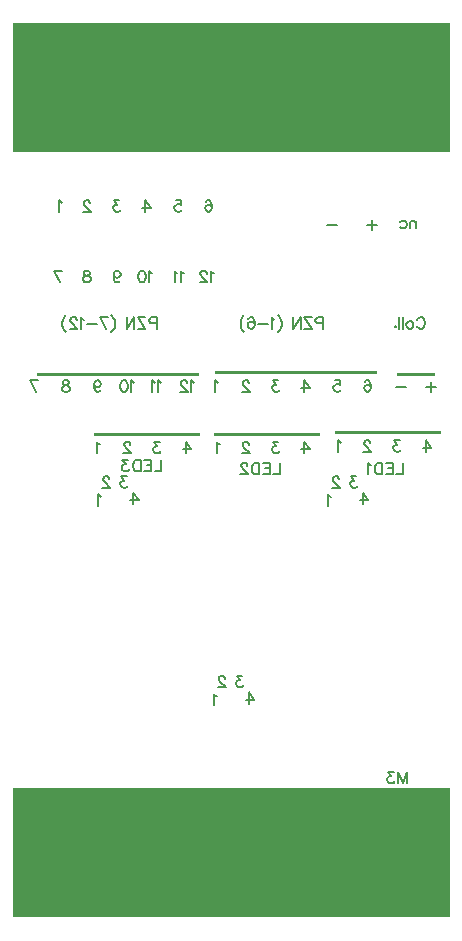
<source format=gbo>
G04 Layer: BottomSilkscreenLayer*
G04 EasyEDA v6.5.42, 2024-04-22 14:16:48*
G04 bdecda6f3f7540baa8991d5417232957,c115876feeed43bc8c79c948ea027e3a,10*
G04 Gerber Generator version 0.2*
G04 Scale: 100 percent, Rotated: No, Reflected: No *
G04 Dimensions in millimeters *
G04 leading zeros omitted , absolute positions ,4 integer and 5 decimal *
%FSLAX45Y45*%
%MOMM*%

%ADD10C,0.2032*%
%ADD11C,0.2540*%

%LPD*%
D10*
X3340100Y-6325290D02*
G01*
X3340100Y-6420746D01*
X3340100Y-6325290D02*
G01*
X3303737Y-6420746D01*
X3267372Y-6325290D02*
G01*
X3303737Y-6420746D01*
X3267372Y-6325290D02*
G01*
X3267372Y-6420746D01*
X3228281Y-6325290D02*
G01*
X3178281Y-6325290D01*
X3205553Y-6361653D01*
X3191918Y-6361653D01*
X3182828Y-6366200D01*
X3178281Y-6370746D01*
X3173737Y-6384381D01*
X3173737Y-6393472D01*
X3178281Y-6407109D01*
X3187372Y-6416200D01*
X3201009Y-6420746D01*
X3214646Y-6420746D01*
X3228281Y-6416200D01*
X3232828Y-6411653D01*
X3237372Y-6402562D01*
X419100Y-1504695D02*
G01*
X409955Y-1500123D01*
X396494Y-1486662D01*
X396494Y-1582165D01*
X655828Y-1509268D02*
G01*
X655828Y-1504695D01*
X651255Y-1495805D01*
X646684Y-1491234D01*
X637794Y-1486662D01*
X619505Y-1486662D01*
X610362Y-1491234D01*
X605789Y-1495805D01*
X601218Y-1504695D01*
X601218Y-1513839D01*
X605789Y-1522984D01*
X614934Y-1536700D01*
X660400Y-1582165D01*
X596645Y-1582165D01*
X905256Y-1486662D02*
G01*
X855218Y-1486662D01*
X882650Y-1522984D01*
X868934Y-1522984D01*
X859790Y-1527555D01*
X855218Y-1532128D01*
X850645Y-1545589D01*
X850645Y-1554734D01*
X855218Y-1568450D01*
X864361Y-1577594D01*
X878077Y-1582165D01*
X891793Y-1582165D01*
X905256Y-1577594D01*
X909827Y-1573021D01*
X914400Y-1563878D01*
X1122934Y-1486662D02*
G01*
X1168400Y-1550162D01*
X1100327Y-1550162D01*
X1122934Y-1486662D02*
G01*
X1122934Y-1582165D01*
X1380540Y-1486712D02*
G01*
X1426006Y-1486712D01*
X1430578Y-1527606D01*
X1426006Y-1523034D01*
X1412290Y-1518462D01*
X1398828Y-1518462D01*
X1385112Y-1523034D01*
X1375968Y-1531924D01*
X1371396Y-1545640D01*
X1371396Y-1554784D01*
X1375968Y-1568500D01*
X1385112Y-1577390D01*
X1398828Y-1581962D01*
X1412290Y-1581962D01*
X1426006Y-1577390D01*
X1430578Y-1573072D01*
X1435150Y-1563928D01*
X1634540Y-1500174D02*
G01*
X1639112Y-1491030D01*
X1652828Y-1486712D01*
X1661718Y-1486712D01*
X1675434Y-1491030D01*
X1684578Y-1504746D01*
X1689150Y-1527606D01*
X1689150Y-1550212D01*
X1684578Y-1568500D01*
X1675434Y-1577390D01*
X1661718Y-1581962D01*
X1657400Y-1581962D01*
X1643684Y-1577390D01*
X1634540Y-1568500D01*
X1629968Y-1554784D01*
X1629968Y-1550212D01*
X1634540Y-1536496D01*
X1643684Y-1527606D01*
X1657400Y-1523034D01*
X1661718Y-1523034D01*
X1675434Y-1527606D01*
X1684578Y-1536496D01*
X1689150Y-1550212D01*
X355345Y-2083562D02*
G01*
X400812Y-2179065D01*
X419100Y-2083562D02*
G01*
X355345Y-2083562D01*
X637794Y-2083562D02*
G01*
X651255Y-2088134D01*
X655828Y-2097023D01*
X655828Y-2106168D01*
X651255Y-2115312D01*
X642112Y-2119884D01*
X624078Y-2124455D01*
X610362Y-2129028D01*
X601218Y-2137918D01*
X596645Y-2147062D01*
X596645Y-2160778D01*
X601218Y-2169921D01*
X605789Y-2174494D01*
X619505Y-2179065D01*
X637794Y-2179065D01*
X651255Y-2174494D01*
X655828Y-2169921D01*
X660400Y-2160778D01*
X660400Y-2147062D01*
X655828Y-2137918D01*
X646684Y-2129028D01*
X633221Y-2124455D01*
X614934Y-2119884D01*
X605789Y-2115312D01*
X601218Y-2106168D01*
X601218Y-2097023D01*
X605789Y-2088134D01*
X619505Y-2083562D01*
X637794Y-2083562D01*
X855218Y-2115312D02*
G01*
X859790Y-2129028D01*
X868934Y-2137918D01*
X882650Y-2142489D01*
X887222Y-2142489D01*
X900684Y-2137918D01*
X909827Y-2129028D01*
X914400Y-2115312D01*
X914400Y-2110739D01*
X909827Y-2097023D01*
X900684Y-2088134D01*
X887222Y-2083562D01*
X882650Y-2083562D01*
X868934Y-2088134D01*
X859790Y-2097023D01*
X855218Y-2115312D01*
X855218Y-2137918D01*
X859790Y-2160778D01*
X868934Y-2174494D01*
X882650Y-2179065D01*
X891793Y-2179065D01*
X905256Y-2174494D01*
X909827Y-2165350D01*
X1181100Y-2101595D02*
G01*
X1171956Y-2097023D01*
X1158493Y-2083562D01*
X1158493Y-2179065D01*
X1101090Y-2083562D02*
G01*
X1114806Y-2088134D01*
X1123950Y-2101595D01*
X1128268Y-2124455D01*
X1128268Y-2137918D01*
X1123950Y-2160778D01*
X1114806Y-2174494D01*
X1101090Y-2179065D01*
X1091945Y-2179065D01*
X1078484Y-2174494D01*
X1069340Y-2160778D01*
X1064768Y-2137918D01*
X1064768Y-2124455D01*
X1069340Y-2101595D01*
X1078484Y-2088134D01*
X1091945Y-2083562D01*
X1101090Y-2083562D01*
X1447800Y-2101595D02*
G01*
X1438656Y-2097023D01*
X1425193Y-2083562D01*
X1425193Y-2179065D01*
X1394968Y-2101595D02*
G01*
X1386077Y-2097023D01*
X1372361Y-2083562D01*
X1372361Y-2179065D01*
X1701800Y-2101595D02*
G01*
X1692656Y-2097023D01*
X1679193Y-2083562D01*
X1679193Y-2179065D01*
X1644650Y-2106168D02*
G01*
X1644650Y-2101595D01*
X1640077Y-2092705D01*
X1635506Y-2088134D01*
X1626361Y-2083562D01*
X1608074Y-2083562D01*
X1599184Y-2088134D01*
X1594611Y-2092705D01*
X1590040Y-2101595D01*
X1590040Y-2110739D01*
X1594611Y-2119884D01*
X1603502Y-2133600D01*
X1648968Y-2179065D01*
X1585468Y-2179065D01*
X2743197Y-1693418D02*
G01*
X2661409Y-1693418D01*
X3045203Y-1652523D02*
G01*
X3045203Y-1734565D01*
X3086097Y-1693418D02*
G01*
X3004309Y-1693418D01*
X3416297Y-1658112D02*
G01*
X3416297Y-1721865D01*
X3416297Y-1676400D02*
G01*
X3402581Y-1662684D01*
X3393691Y-1658112D01*
X3379975Y-1658112D01*
X3370831Y-1662684D01*
X3366259Y-1676400D01*
X3366259Y-1721865D01*
X3281677Y-1671828D02*
G01*
X3290821Y-1662684D01*
X3299965Y-1658112D01*
X3313681Y-1658112D01*
X3322571Y-1662684D01*
X3331715Y-1671828D01*
X3336287Y-1685289D01*
X3336287Y-1694434D01*
X3331715Y-1708150D01*
X3322571Y-1717294D01*
X3313681Y-1721865D01*
X3299965Y-1721865D01*
X3290821Y-1717294D01*
X3281677Y-1708150D01*
X1021334Y-3963162D02*
G01*
X1066800Y-4026662D01*
X998727Y-4026662D01*
X1021334Y-3963162D02*
G01*
X1021334Y-4058665D01*
X968756Y-3823462D02*
G01*
X918718Y-3823462D01*
X946150Y-3859784D01*
X932434Y-3859784D01*
X923290Y-3864355D01*
X918718Y-3868928D01*
X914145Y-3882389D01*
X914145Y-3891534D01*
X918718Y-3905250D01*
X927861Y-3914394D01*
X941577Y-3918965D01*
X955293Y-3918965D01*
X968756Y-3914394D01*
X973327Y-3909821D01*
X977900Y-3900678D01*
X820927Y-3846068D02*
G01*
X820927Y-3841495D01*
X816356Y-3832605D01*
X811784Y-3828034D01*
X802893Y-3823462D01*
X784606Y-3823462D01*
X775461Y-3828034D01*
X770890Y-3832605D01*
X766318Y-3841495D01*
X766318Y-3850639D01*
X770890Y-3859784D01*
X780034Y-3873500D01*
X825500Y-3918965D01*
X761745Y-3918965D01*
X749300Y-3993895D02*
G01*
X740156Y-3989323D01*
X726693Y-3975862D01*
X726693Y-4071365D01*
X2964434Y-3963162D02*
G01*
X3009900Y-4026662D01*
X2941827Y-4026662D01*
X2964434Y-3963162D02*
G01*
X2964434Y-4058665D01*
X2911856Y-3823462D02*
G01*
X2861818Y-3823462D01*
X2889250Y-3859784D01*
X2875534Y-3859784D01*
X2866390Y-3864355D01*
X2861818Y-3868928D01*
X2857245Y-3882389D01*
X2857245Y-3891534D01*
X2861818Y-3905250D01*
X2870961Y-3914394D01*
X2884677Y-3918965D01*
X2898393Y-3918965D01*
X2911856Y-3914394D01*
X2916427Y-3909821D01*
X2921000Y-3900678D01*
X2764027Y-3846068D02*
G01*
X2764027Y-3841495D01*
X2759456Y-3832605D01*
X2754884Y-3828034D01*
X2745993Y-3823462D01*
X2727706Y-3823462D01*
X2718561Y-3828034D01*
X2713990Y-3832605D01*
X2709418Y-3841495D01*
X2709418Y-3850639D01*
X2713990Y-3859784D01*
X2723134Y-3873500D01*
X2768600Y-3918965D01*
X2704845Y-3918965D01*
X2692400Y-3993895D02*
G01*
X2683256Y-3989323D01*
X2669793Y-3975862D01*
X2669793Y-4071365D01*
X1999234Y-5652262D02*
G01*
X2044700Y-5715762D01*
X1976627Y-5715762D01*
X1999234Y-5652262D02*
G01*
X1999234Y-5747765D01*
X1946656Y-5512562D02*
G01*
X1896618Y-5512562D01*
X1924050Y-5548884D01*
X1910334Y-5548884D01*
X1901190Y-5553455D01*
X1896618Y-5558028D01*
X1892045Y-5571489D01*
X1892045Y-5580634D01*
X1896618Y-5594350D01*
X1905761Y-5603494D01*
X1919477Y-5608065D01*
X1933193Y-5608065D01*
X1946656Y-5603494D01*
X1951227Y-5598921D01*
X1955800Y-5589778D01*
X1798827Y-5535168D02*
G01*
X1798827Y-5530595D01*
X1794256Y-5521705D01*
X1789684Y-5517134D01*
X1780793Y-5512562D01*
X1762506Y-5512562D01*
X1753361Y-5517134D01*
X1748790Y-5521705D01*
X1744218Y-5530595D01*
X1744218Y-5539739D01*
X1748790Y-5548884D01*
X1757934Y-5562600D01*
X1803400Y-5608065D01*
X1739645Y-5608065D01*
X1727200Y-5682995D02*
G01*
X1718056Y-5678423D01*
X1704593Y-5664962D01*
X1704593Y-5760465D01*
X736600Y-3549395D02*
G01*
X727456Y-3544823D01*
X713993Y-3531362D01*
X713993Y-3626865D01*
X998727Y-3553968D02*
G01*
X998727Y-3549395D01*
X994156Y-3540505D01*
X989584Y-3535934D01*
X980693Y-3531362D01*
X962406Y-3531362D01*
X953261Y-3535934D01*
X948690Y-3540505D01*
X944118Y-3549395D01*
X944118Y-3558539D01*
X948690Y-3567684D01*
X957834Y-3581400D01*
X1003300Y-3626865D01*
X939545Y-3626865D01*
X1248156Y-3531362D02*
G01*
X1198118Y-3531362D01*
X1225550Y-3567684D01*
X1211834Y-3567684D01*
X1202690Y-3572255D01*
X1198118Y-3576828D01*
X1193545Y-3590289D01*
X1193545Y-3599434D01*
X1198118Y-3613150D01*
X1207261Y-3622294D01*
X1220977Y-3626865D01*
X1234693Y-3626865D01*
X1248156Y-3622294D01*
X1252727Y-3617721D01*
X1257300Y-3608578D01*
X1465834Y-3531362D02*
G01*
X1511300Y-3594862D01*
X1443227Y-3594862D01*
X1465834Y-3531362D02*
G01*
X1465834Y-3626865D01*
X1257300Y-3683762D02*
G01*
X1257300Y-3779265D01*
X1257300Y-3779265D02*
G01*
X1202690Y-3779265D01*
X1172718Y-3683762D02*
G01*
X1172718Y-3779265D01*
X1172718Y-3683762D02*
G01*
X1113790Y-3683762D01*
X1172718Y-3729228D02*
G01*
X1136395Y-3729228D01*
X1172718Y-3779265D02*
G01*
X1113790Y-3779265D01*
X1083563Y-3683762D02*
G01*
X1083563Y-3779265D01*
X1083563Y-3683762D02*
G01*
X1051813Y-3683762D01*
X1038097Y-3688334D01*
X1029208Y-3697223D01*
X1024636Y-3706368D01*
X1020063Y-3720084D01*
X1020063Y-3742689D01*
X1024636Y-3756405D01*
X1029208Y-3765550D01*
X1038097Y-3774694D01*
X1051813Y-3779265D01*
X1083563Y-3779265D01*
X980947Y-3683762D02*
G01*
X930909Y-3683762D01*
X958088Y-3720084D01*
X944625Y-3720084D01*
X935481Y-3724655D01*
X930909Y-3729228D01*
X926338Y-3742689D01*
X926338Y-3751834D01*
X930909Y-3765550D01*
X940054Y-3774694D01*
X953770Y-3779265D01*
X967231Y-3779265D01*
X980947Y-3774694D01*
X985520Y-3770121D01*
X990091Y-3760978D01*
X1752600Y-3549395D02*
G01*
X1743456Y-3544823D01*
X1729993Y-3531362D01*
X1729993Y-3626865D01*
X2002027Y-3553968D02*
G01*
X2002027Y-3549395D01*
X1997456Y-3540505D01*
X1992884Y-3535934D01*
X1983993Y-3531362D01*
X1965706Y-3531362D01*
X1956561Y-3535934D01*
X1951990Y-3540505D01*
X1947418Y-3549395D01*
X1947418Y-3558539D01*
X1951990Y-3567684D01*
X1961134Y-3581400D01*
X2006600Y-3626865D01*
X1942845Y-3626865D01*
X2251456Y-3531362D02*
G01*
X2201418Y-3531362D01*
X2228850Y-3567684D01*
X2215134Y-3567684D01*
X2205990Y-3572255D01*
X2201418Y-3576828D01*
X2196845Y-3590289D01*
X2196845Y-3599434D01*
X2201418Y-3613150D01*
X2210561Y-3622294D01*
X2224277Y-3626865D01*
X2237993Y-3626865D01*
X2251456Y-3622294D01*
X2256027Y-3617721D01*
X2260600Y-3608578D01*
X2469134Y-3531362D02*
G01*
X2514600Y-3594862D01*
X2446527Y-3594862D01*
X2469134Y-3531362D02*
G01*
X2469134Y-3626865D01*
X2260600Y-3709162D02*
G01*
X2260600Y-3804665D01*
X2260600Y-3804665D02*
G01*
X2205990Y-3804665D01*
X2176018Y-3709162D02*
G01*
X2176018Y-3804665D01*
X2176018Y-3709162D02*
G01*
X2117090Y-3709162D01*
X2176018Y-3754628D02*
G01*
X2139695Y-3754628D01*
X2176018Y-3804665D02*
G01*
X2117090Y-3804665D01*
X2086863Y-3709162D02*
G01*
X2086863Y-3804665D01*
X2086863Y-3709162D02*
G01*
X2055113Y-3709162D01*
X2041397Y-3713734D01*
X2032508Y-3722623D01*
X2027936Y-3731768D01*
X2023363Y-3745484D01*
X2023363Y-3768089D01*
X2027936Y-3781805D01*
X2032508Y-3790950D01*
X2041397Y-3800094D01*
X2055113Y-3804665D01*
X2086863Y-3804665D01*
X1988820Y-3731768D02*
G01*
X1988820Y-3727195D01*
X1984247Y-3718305D01*
X1979675Y-3713734D01*
X1970531Y-3709162D01*
X1952497Y-3709162D01*
X1943354Y-3713734D01*
X1938781Y-3718305D01*
X1934209Y-3727195D01*
X1934209Y-3736339D01*
X1938781Y-3745484D01*
X1947925Y-3759200D01*
X1993391Y-3804665D01*
X1929638Y-3804665D01*
X2781300Y-3536695D02*
G01*
X2772156Y-3532123D01*
X2758693Y-3518662D01*
X2758693Y-3614165D01*
X3030727Y-3541268D02*
G01*
X3030727Y-3536695D01*
X3026156Y-3527805D01*
X3021584Y-3523234D01*
X3012693Y-3518662D01*
X2994406Y-3518662D01*
X2985261Y-3523234D01*
X2980690Y-3527805D01*
X2976118Y-3536695D01*
X2976118Y-3545839D01*
X2980690Y-3554984D01*
X2989834Y-3568700D01*
X3035300Y-3614165D01*
X2971545Y-3614165D01*
X3280156Y-3518662D02*
G01*
X3230118Y-3518662D01*
X3257550Y-3554984D01*
X3243834Y-3554984D01*
X3234690Y-3559555D01*
X3230118Y-3564128D01*
X3225545Y-3577589D01*
X3225545Y-3586734D01*
X3230118Y-3600450D01*
X3239261Y-3609594D01*
X3252977Y-3614165D01*
X3266693Y-3614165D01*
X3280156Y-3609594D01*
X3284727Y-3605021D01*
X3289300Y-3595878D01*
X3497834Y-3518662D02*
G01*
X3543300Y-3582162D01*
X3475227Y-3582162D01*
X3497834Y-3518662D02*
G01*
X3497834Y-3614165D01*
X3302000Y-3709162D02*
G01*
X3302000Y-3804665D01*
X3302000Y-3804665D02*
G01*
X3247390Y-3804665D01*
X3217418Y-3709162D02*
G01*
X3217418Y-3804665D01*
X3217418Y-3709162D02*
G01*
X3158490Y-3709162D01*
X3217418Y-3754628D02*
G01*
X3181095Y-3754628D01*
X3217418Y-3804665D02*
G01*
X3158490Y-3804665D01*
X3128263Y-3709162D02*
G01*
X3128263Y-3804665D01*
X3128263Y-3709162D02*
G01*
X3096513Y-3709162D01*
X3082797Y-3713734D01*
X3073908Y-3722623D01*
X3069336Y-3731768D01*
X3064763Y-3745484D01*
X3064763Y-3768089D01*
X3069336Y-3781805D01*
X3073908Y-3790950D01*
X3082797Y-3800094D01*
X3096513Y-3804665D01*
X3128263Y-3804665D01*
X3034791Y-3727195D02*
G01*
X3025647Y-3722623D01*
X3011931Y-3709162D01*
X3011931Y-3804665D01*
X152145Y-3010662D02*
G01*
X197612Y-3106165D01*
X215900Y-3010662D02*
G01*
X152145Y-3010662D01*
X459994Y-3010662D02*
G01*
X473455Y-3015234D01*
X478028Y-3024123D01*
X478028Y-3033268D01*
X473455Y-3042412D01*
X464312Y-3046984D01*
X446278Y-3051555D01*
X432562Y-3056128D01*
X423418Y-3065018D01*
X418845Y-3074162D01*
X418845Y-3087878D01*
X423418Y-3097021D01*
X427989Y-3101594D01*
X441705Y-3106165D01*
X459994Y-3106165D01*
X473455Y-3101594D01*
X478028Y-3097021D01*
X482600Y-3087878D01*
X482600Y-3074162D01*
X478028Y-3065018D01*
X468884Y-3056128D01*
X455421Y-3051555D01*
X437134Y-3046984D01*
X427989Y-3042412D01*
X423418Y-3033268D01*
X423418Y-3024123D01*
X427989Y-3015234D01*
X441705Y-3010662D01*
X459994Y-3010662D01*
X690118Y-3042412D02*
G01*
X694690Y-3056128D01*
X703834Y-3065018D01*
X717550Y-3069589D01*
X722122Y-3069589D01*
X735584Y-3065018D01*
X744727Y-3056128D01*
X749300Y-3042412D01*
X749300Y-3037839D01*
X744727Y-3024123D01*
X735584Y-3015234D01*
X722122Y-3010662D01*
X717550Y-3010662D01*
X703834Y-3015234D01*
X694690Y-3024123D01*
X690118Y-3042412D01*
X690118Y-3065018D01*
X694690Y-3087878D01*
X703834Y-3101594D01*
X717550Y-3106165D01*
X726693Y-3106165D01*
X740156Y-3101594D01*
X744727Y-3092450D01*
X1028700Y-3028695D02*
G01*
X1019556Y-3024123D01*
X1006093Y-3010662D01*
X1006093Y-3106165D01*
X948690Y-3010662D02*
G01*
X962406Y-3015234D01*
X971550Y-3028695D01*
X975868Y-3051555D01*
X975868Y-3065018D01*
X971550Y-3087878D01*
X962406Y-3101594D01*
X948690Y-3106165D01*
X939545Y-3106165D01*
X926084Y-3101594D01*
X916940Y-3087878D01*
X912368Y-3065018D01*
X912368Y-3051555D01*
X916940Y-3028695D01*
X926084Y-3015234D01*
X939545Y-3010662D01*
X948690Y-3010662D01*
X1257300Y-3028695D02*
G01*
X1248156Y-3024123D01*
X1234693Y-3010662D01*
X1234693Y-3106165D01*
X1204468Y-3028695D02*
G01*
X1195577Y-3024123D01*
X1181861Y-3010662D01*
X1181861Y-3106165D01*
X1536700Y-3028695D02*
G01*
X1527556Y-3024123D01*
X1514093Y-3010662D01*
X1514093Y-3106165D01*
X1479550Y-3033268D02*
G01*
X1479550Y-3028695D01*
X1474977Y-3019805D01*
X1470406Y-3015234D01*
X1461261Y-3010662D01*
X1442974Y-3010662D01*
X1434084Y-3015234D01*
X1429511Y-3019805D01*
X1424940Y-3028695D01*
X1424940Y-3037839D01*
X1429511Y-3046984D01*
X1438402Y-3060700D01*
X1483868Y-3106165D01*
X1420368Y-3106165D01*
X1739900Y-3028695D02*
G01*
X1730756Y-3024123D01*
X1717293Y-3010662D01*
X1717293Y-3106165D01*
X2002027Y-3033268D02*
G01*
X2002027Y-3028695D01*
X1997456Y-3019805D01*
X1992884Y-3015234D01*
X1983993Y-3010662D01*
X1965706Y-3010662D01*
X1956561Y-3015234D01*
X1951990Y-3019805D01*
X1947418Y-3028695D01*
X1947418Y-3037839D01*
X1951990Y-3046984D01*
X1961134Y-3060700D01*
X2006600Y-3106165D01*
X1942845Y-3106165D01*
X2251456Y-3010662D02*
G01*
X2201418Y-3010662D01*
X2228850Y-3046984D01*
X2215134Y-3046984D01*
X2205990Y-3051555D01*
X2201418Y-3056128D01*
X2196845Y-3069589D01*
X2196845Y-3078734D01*
X2201418Y-3092450D01*
X2210561Y-3101594D01*
X2224277Y-3106165D01*
X2237993Y-3106165D01*
X2251456Y-3101594D01*
X2256027Y-3097021D01*
X2260600Y-3087878D01*
X2469134Y-3010662D02*
G01*
X2514600Y-3074162D01*
X2446527Y-3074162D01*
X2469134Y-3010662D02*
G01*
X2469134Y-3106165D01*
X2726740Y-3010918D02*
G01*
X2772206Y-3010918D01*
X2776778Y-3051812D01*
X2772206Y-3047240D01*
X2758490Y-3042668D01*
X2745028Y-3042668D01*
X2731312Y-3047240D01*
X2722168Y-3056130D01*
X2717596Y-3069846D01*
X2717596Y-3078990D01*
X2722168Y-3092706D01*
X2731312Y-3101596D01*
X2745028Y-3106168D01*
X2758490Y-3106168D01*
X2772206Y-3101596D01*
X2776778Y-3097278D01*
X2781350Y-3088134D01*
X2980740Y-3024380D02*
G01*
X2985312Y-3015236D01*
X2999028Y-3010918D01*
X3007918Y-3010918D01*
X3021634Y-3015236D01*
X3030778Y-3028952D01*
X3035350Y-3051812D01*
X3035350Y-3074418D01*
X3030778Y-3092706D01*
X3021634Y-3101596D01*
X3007918Y-3106168D01*
X3003600Y-3106168D01*
X2989884Y-3101596D01*
X2980740Y-3092706D01*
X2976168Y-3078990D01*
X2976168Y-3074418D01*
X2980740Y-3060702D01*
X2989884Y-3051812D01*
X3003600Y-3047240D01*
X3007918Y-3047240D01*
X3021634Y-3051812D01*
X3030778Y-3060702D01*
X3035350Y-3074418D01*
X3327397Y-3065018D02*
G01*
X3245609Y-3065018D01*
X3540503Y-3024123D02*
G01*
X3540503Y-3106165D01*
X3581397Y-3065018D02*
G01*
X3499609Y-3065018D01*
X3424427Y-2499868D02*
G01*
X3428745Y-2490723D01*
X3437890Y-2481834D01*
X3447034Y-2477262D01*
X3465322Y-2477262D01*
X3474211Y-2481834D01*
X3483356Y-2490723D01*
X3487927Y-2499868D01*
X3492500Y-2513584D01*
X3492500Y-2536189D01*
X3487927Y-2549905D01*
X3483356Y-2559050D01*
X3474211Y-2568194D01*
X3465322Y-2572765D01*
X3447034Y-2572765D01*
X3437890Y-2568194D01*
X3428745Y-2559050D01*
X3424427Y-2549905D01*
X3371595Y-2509012D02*
G01*
X3380740Y-2513584D01*
X3389884Y-2522728D01*
X3394202Y-2536189D01*
X3394202Y-2545334D01*
X3389884Y-2559050D01*
X3380740Y-2568194D01*
X3371595Y-2572765D01*
X3357879Y-2572765D01*
X3348990Y-2568194D01*
X3339845Y-2559050D01*
X3335274Y-2545334D01*
X3335274Y-2536189D01*
X3339845Y-2522728D01*
X3348990Y-2513584D01*
X3357879Y-2509012D01*
X3371595Y-2509012D01*
X3305302Y-2477262D02*
G01*
X3305302Y-2572765D01*
X3275329Y-2477262D02*
G01*
X3275329Y-2572765D01*
X3240786Y-2549905D02*
G01*
X3245104Y-2554478D01*
X3240786Y-2559050D01*
X3236213Y-2554478D01*
X3240786Y-2549905D01*
X2628900Y-2477262D02*
G01*
X2628900Y-2572765D01*
X2628900Y-2477262D02*
G01*
X2588006Y-2477262D01*
X2574290Y-2481834D01*
X2569718Y-2486405D01*
X2565145Y-2495295D01*
X2565145Y-2509012D01*
X2569718Y-2518155D01*
X2574290Y-2522728D01*
X2588006Y-2527300D01*
X2628900Y-2527300D01*
X2471674Y-2477262D02*
G01*
X2535174Y-2572765D01*
X2535174Y-2477262D02*
G01*
X2471674Y-2477262D01*
X2535174Y-2572765D02*
G01*
X2471674Y-2572765D01*
X2441702Y-2477262D02*
G01*
X2441702Y-2572765D01*
X2441702Y-2477262D02*
G01*
X2377947Y-2572765D01*
X2377947Y-2477262D02*
G01*
X2377947Y-2572765D01*
X2246122Y-2458973D02*
G01*
X2255265Y-2468118D01*
X2264409Y-2481834D01*
X2273554Y-2499868D01*
X2277872Y-2522728D01*
X2277872Y-2540762D01*
X2273554Y-2563621D01*
X2264409Y-2581655D01*
X2255265Y-2595371D01*
X2246122Y-2604515D01*
X2216150Y-2495295D02*
G01*
X2207006Y-2490723D01*
X2193543Y-2477262D01*
X2193543Y-2572765D01*
X2163572Y-2531618D02*
G01*
X2081529Y-2531618D01*
X1997202Y-2490723D02*
G01*
X2001520Y-2481834D01*
X2015236Y-2477262D01*
X2024379Y-2477262D01*
X2038095Y-2481834D01*
X2046986Y-2495295D01*
X2051558Y-2518155D01*
X2051558Y-2540762D01*
X2046986Y-2559050D01*
X2038095Y-2568194D01*
X2024379Y-2572765D01*
X2019808Y-2572765D01*
X2006091Y-2568194D01*
X1997202Y-2559050D01*
X1992629Y-2545334D01*
X1992629Y-2540762D01*
X1997202Y-2527300D01*
X2006091Y-2518155D01*
X2019808Y-2513584D01*
X2024379Y-2513584D01*
X2038095Y-2518155D01*
X2046986Y-2527300D01*
X2051558Y-2540762D01*
X1962658Y-2458973D02*
G01*
X1953513Y-2468118D01*
X1944370Y-2481834D01*
X1935225Y-2499868D01*
X1930654Y-2522728D01*
X1930654Y-2540762D01*
X1935225Y-2563621D01*
X1944370Y-2581655D01*
X1953513Y-2595371D01*
X1962658Y-2604515D01*
X1219200Y-2477262D02*
G01*
X1219200Y-2572765D01*
X1219200Y-2477262D02*
G01*
X1178306Y-2477262D01*
X1164590Y-2481834D01*
X1160018Y-2486405D01*
X1155445Y-2495295D01*
X1155445Y-2509012D01*
X1160018Y-2518155D01*
X1164590Y-2522728D01*
X1178306Y-2527300D01*
X1219200Y-2527300D01*
X1061974Y-2477262D02*
G01*
X1125474Y-2572765D01*
X1125474Y-2477262D02*
G01*
X1061974Y-2477262D01*
X1125474Y-2572765D02*
G01*
X1061974Y-2572765D01*
X1032002Y-2477262D02*
G01*
X1032002Y-2572765D01*
X1032002Y-2477262D02*
G01*
X968247Y-2572765D01*
X968247Y-2477262D02*
G01*
X968247Y-2572765D01*
X836422Y-2458973D02*
G01*
X845565Y-2468118D01*
X854709Y-2481834D01*
X863854Y-2499868D01*
X868172Y-2522728D01*
X868172Y-2540762D01*
X863854Y-2563621D01*
X854709Y-2581655D01*
X845565Y-2595371D01*
X836422Y-2604515D01*
X742950Y-2477262D02*
G01*
X788415Y-2572765D01*
X806450Y-2477262D02*
G01*
X742950Y-2477262D01*
X712724Y-2531618D02*
G01*
X630936Y-2531618D01*
X600963Y-2495295D02*
G01*
X591820Y-2490723D01*
X578357Y-2477262D01*
X578357Y-2572765D01*
X543813Y-2499868D02*
G01*
X543813Y-2495295D01*
X539242Y-2486405D01*
X534670Y-2481834D01*
X525526Y-2477262D01*
X507492Y-2477262D01*
X498347Y-2481834D01*
X493776Y-2486405D01*
X489204Y-2495295D01*
X489204Y-2504439D01*
X493776Y-2513584D01*
X502920Y-2527300D01*
X548386Y-2572765D01*
X484631Y-2572765D01*
X454660Y-2458973D02*
G01*
X445515Y-2468118D01*
X436371Y-2481834D01*
X427481Y-2499868D01*
X422910Y-2522728D01*
X422910Y-2540762D01*
X427481Y-2563621D01*
X436371Y-2581655D01*
X445515Y-2595371D01*
X454660Y-2604515D01*
D11*
G75*
G01
X800506Y-7087286D02*
G03X800506Y-7087286I-350495J0D01*
G75*
G01
X3600501Y-7087286D02*
G03X3600501Y-7087286I-350495J0D01*
G75*
G01
X3600501Y-450012D02*
G03X3600501Y-450012I-350495J0D01*
G75*
G01
X800506Y-450012D02*
G03X800506Y-450012I-350495J0D01*
G36*
X0Y-6464300D02*
G01*
X3699992Y-6464300D01*
X3699992Y-7554290D01*
X0Y-7554290D01*
G37*
G36*
X4216Y11607D02*
G01*
X3704209Y11607D01*
X3704209Y-1078382D01*
X4216Y-1078382D01*
G37*
G36*
X685800Y-3454400D02*
G01*
X1585798Y-3454400D01*
X1585798Y-3479393D01*
X685800Y-3479393D01*
G37*
G36*
X1701800Y-3454400D02*
G01*
X2601798Y-3454400D01*
X2601798Y-3479393D01*
X1701800Y-3479393D01*
G37*
G36*
X2730500Y-3441700D02*
G01*
X3630498Y-3441700D01*
X3630498Y-3466693D01*
X2730500Y-3466693D01*
G37*
G36*
X203200Y-2946400D02*
G01*
X1574800Y-2946400D01*
X1574800Y-2971800D01*
X203200Y-2971800D01*
G37*
G36*
X1714500Y-2933700D02*
G01*
X3086100Y-2933700D01*
X3086100Y-2959100D01*
X1714500Y-2959100D01*
G37*
G36*
X3257550Y-2946603D02*
G01*
X3575050Y-2946603D01*
X3575050Y-2971596D01*
X3257550Y-2971596D01*
G37*
M02*

</source>
